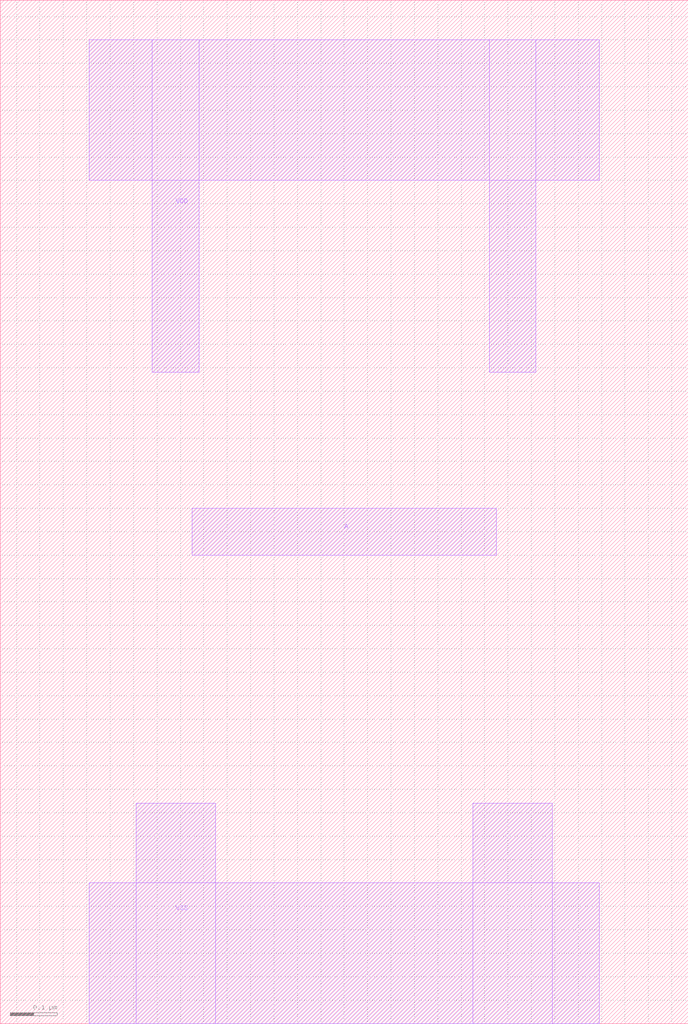
<source format=lef>
VERSION 5.7 ;
BUSBITCHARS "[]" ;
DIVIDERCHAR "/" ;

PROPERTYDEFINITIONS
  MACRO CatenaDesignType STRING ;
END PROPERTYDEFINITIONS

MACRO DLY_CAP_X1
  CLASS CORE ;
  ORIGIN 0.235 0.15 ;
  FOREIGN DLY_CAP_X1 -0.235 -0.15 ;
  SIZE 1.47 BY 2.185 ;
  SYMMETRY X Y ;
  SITE CoreSite ;
  PIN VSS
    DIRECTION INOUT ;
    USE GROUND ;
    PORT
      LAYER M1 ;
        RECT -0.045 -0.15 1.045 0.15 ;
        RECT 0.775 -0.15 0.945 0.32 ;
        RECT 0.055 -0.15 0.225 0.32 ;
    END
  END VSS
  PIN A
    DIRECTION INPUT ;
    USE SIGNAL ;
    PORT
      LAYER M1 ;
        RECT 0.175 0.85 0.825 0.95 ;
    END
  END A
  PIN VDD
    DIRECTION INOUT ;
    USE POWER ;
    PORT
      LAYER M1 ;
        RECT -0.045 1.65 1.045 1.95 ;
        RECT 0.81 1.24 0.91 1.95 ;
        RECT 0.09 1.24 0.19 1.95 ;
    END
  END VDD
  PROPERTY CatenaDesignType "deviceLevel" ;
END DLY_CAP_X1

MACRO DLY_CAP_X2
  CLASS CORE ;
  ORIGIN 0.235 0.15 ;
  FOREIGN DLY_CAP_X2 -0.235 -0.15 ;
  SIZE 1.47 BY 2.185 ;
  SYMMETRY X Y ;
  SITE CoreSite ;
  PIN VSS
    DIRECTION INOUT ;
    USE GROUND ;
    PORT
      LAYER M1 ;
        RECT -0.045 -0.15 1.045 0.15 ;
        RECT 0.775 -0.15 0.945 0.32 ;
        RECT 0.055 -0.15 0.225 0.32 ;
    END
  END VSS
  PIN A
    DIRECTION INPUT ;
    USE SIGNAL ;
    PORT
      LAYER M1 ;
        RECT 0.175 0.85 0.825 0.95 ;
    END
  END A
  PIN VDD
    DIRECTION INOUT ;
    USE POWER ;
    PORT
      LAYER M1 ;
        RECT -0.045 1.65 1.045 1.95 ;
        RECT 0.81 1.24 0.91 1.95 ;
        RECT 0.09 1.24 0.19 1.95 ;
    END
  END VDD
  PROPERTY CatenaDesignType "deviceLevel" ;
END DLY_CAP_X2

MACRO DLY_CAP_X4
  CLASS CORE ;
  ORIGIN 0.235 0.15 ;
  FOREIGN DLY_CAP_X4 -0.235 -0.15 ;
  SIZE 1.47 BY 2.185 ;
  SYMMETRY X Y ;
  SITE CoreSite ;
  PIN VSS
    DIRECTION INOUT ;
    USE GROUND ;
    PORT
      LAYER M1 ;
        RECT -0.045 -0.15 1.045 0.15 ;
        RECT 0.775 -0.15 0.945 0.32 ;
        RECT 0.055 -0.15 0.225 0.32 ;
    END
  END VSS
  PIN A
    DIRECTION INPUT ;
    USE SIGNAL ;
    PORT
      LAYER M1 ;
        RECT 0.175 0.85 0.825 0.95 ;
    END
  END A
  PIN VDD
    DIRECTION INOUT ;
    USE POWER ;
    PORT
      LAYER M1 ;
        RECT -0.045 1.65 1.045 1.95 ;
        RECT 0.81 1.24 0.91 1.95 ;
        RECT 0.09 1.24 0.19 1.95 ;
    END
  END VDD
  PROPERTY CatenaDesignType "deviceLevel" ;
END DLY_CAP_X4

MACRO DLY_CAP_X8
  CLASS CORE ;
  ORIGIN 0.235 0.15 ;
  FOREIGN DLY_CAP_X8 -0.235 -0.15 ;
  SIZE 1.47 BY 2.185 ;
  SYMMETRY X Y ;
  SITE CoreSite ;
  PIN VSS
    DIRECTION INOUT ;
    USE GROUND ;
    PORT
      LAYER M1 ;
        RECT -0.045 -0.15 1.045 0.15 ;
        RECT 0.775 -0.15 0.945 0.32 ;
        RECT 0.055 -0.15 0.225 0.32 ;
    END
  END VSS
  PIN A
    DIRECTION INPUT ;
    USE SIGNAL ;
    PORT
      LAYER M1 ;
        RECT 0.175 0.85 0.825 0.95 ;
    END
  END A
  PIN VDD
    DIRECTION INOUT ;
    USE POWER ;
    PORT
      LAYER M1 ;
        RECT -0.045 1.65 1.045 1.95 ;
        RECT 0.81 1.24 0.91 1.95 ;
        RECT 0.09 1.24 0.19 1.95 ;
    END
  END VDD
  PROPERTY CatenaDesignType "deviceLevel" ;
END DLY_CAP_X8

END LIBRARY

</source>
